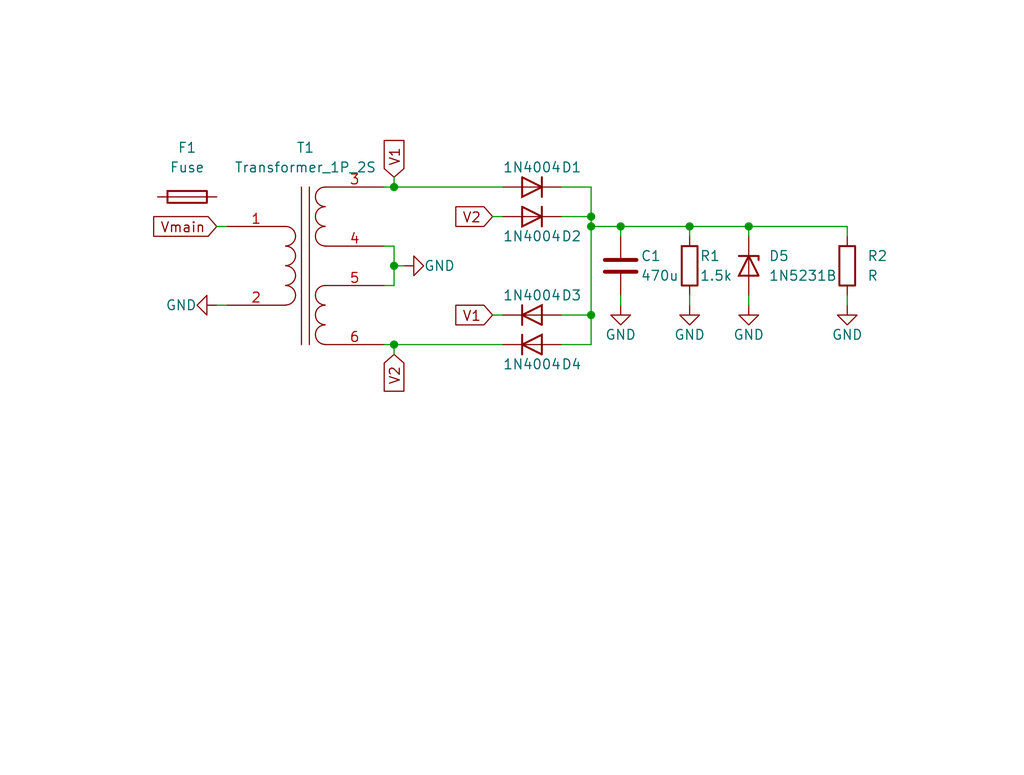
<source format=kicad_sch>
(kicad_sch (version 20211123) (generator eeschema)

  (uuid 9ff9c6db-ef2e-435c-9091-a4dac4cce55a)

  (paper "User" 132.004 99.9998)

  (title_block
    (title "5V Power Supply")
    (date "2022-09-14")
    (rev "1")
  )

  (lib_symbols
    (symbol "Device:C" (pin_numbers hide) (pin_names (offset 0.254)) (in_bom yes) (on_board yes)
      (property "Reference" "C" (id 0) (at 0.635 2.54 0)
        (effects (font (size 1.27 1.27)) (justify left))
      )
      (property "Value" "C" (id 1) (at 0.635 -2.54 0)
        (effects (font (size 1.27 1.27)) (justify left))
      )
      (property "Footprint" "" (id 2) (at 0.9652 -3.81 0)
        (effects (font (size 1.27 1.27)) hide)
      )
      (property "Datasheet" "~" (id 3) (at 0 0 0)
        (effects (font (size 1.27 1.27)) hide)
      )
      (property "ki_keywords" "cap capacitor" (id 4) (at 0 0 0)
        (effects (font (size 1.27 1.27)) hide)
      )
      (property "ki_description" "Unpolarized capacitor" (id 5) (at 0 0 0)
        (effects (font (size 1.27 1.27)) hide)
      )
      (property "ki_fp_filters" "C_*" (id 6) (at 0 0 0)
        (effects (font (size 1.27 1.27)) hide)
      )
      (symbol "C_0_1"
        (polyline
          (pts
            (xy -2.032 -0.762)
            (xy 2.032 -0.762)
          )
          (stroke (width 0.508) (type default) (color 0 0 0 0))
          (fill (type none))
        )
        (polyline
          (pts
            (xy -2.032 0.762)
            (xy 2.032 0.762)
          )
          (stroke (width 0.508) (type default) (color 0 0 0 0))
          (fill (type none))
        )
      )
      (symbol "C_1_1"
        (pin passive line (at 0 3.81 270) (length 2.794)
          (name "~" (effects (font (size 1.27 1.27))))
          (number "1" (effects (font (size 1.27 1.27))))
        )
        (pin passive line (at 0 -3.81 90) (length 2.794)
          (name "~" (effects (font (size 1.27 1.27))))
          (number "2" (effects (font (size 1.27 1.27))))
        )
      )
    )
    (symbol "Device:D" (pin_numbers hide) (pin_names (offset 1.016) hide) (in_bom yes) (on_board yes)
      (property "Reference" "D" (id 0) (at 0 2.54 0)
        (effects (font (size 1.27 1.27)))
      )
      (property "Value" "D" (id 1) (at 0 -2.54 0)
        (effects (font (size 1.27 1.27)))
      )
      (property "Footprint" "" (id 2) (at 0 0 0)
        (effects (font (size 1.27 1.27)) hide)
      )
      (property "Datasheet" "~" (id 3) (at 0 0 0)
        (effects (font (size 1.27 1.27)) hide)
      )
      (property "ki_keywords" "diode" (id 4) (at 0 0 0)
        (effects (font (size 1.27 1.27)) hide)
      )
      (property "ki_description" "Diode" (id 5) (at 0 0 0)
        (effects (font (size 1.27 1.27)) hide)
      )
      (property "ki_fp_filters" "TO-???* *_Diode_* *SingleDiode* D_*" (id 6) (at 0 0 0)
        (effects (font (size 1.27 1.27)) hide)
      )
      (symbol "D_0_1"
        (polyline
          (pts
            (xy -1.27 1.27)
            (xy -1.27 -1.27)
          )
          (stroke (width 0.254) (type default) (color 0 0 0 0))
          (fill (type none))
        )
        (polyline
          (pts
            (xy 1.27 0)
            (xy -1.27 0)
          )
          (stroke (width 0) (type default) (color 0 0 0 0))
          (fill (type none))
        )
        (polyline
          (pts
            (xy 1.27 1.27)
            (xy 1.27 -1.27)
            (xy -1.27 0)
            (xy 1.27 1.27)
          )
          (stroke (width 0.254) (type default) (color 0 0 0 0))
          (fill (type none))
        )
      )
      (symbol "D_1_1"
        (pin passive line (at -3.81 0 0) (length 2.54)
          (name "K" (effects (font (size 1.27 1.27))))
          (number "1" (effects (font (size 1.27 1.27))))
        )
        (pin passive line (at 3.81 0 180) (length 2.54)
          (name "A" (effects (font (size 1.27 1.27))))
          (number "2" (effects (font (size 1.27 1.27))))
        )
      )
    )
    (symbol "Device:D_Zener" (pin_numbers hide) (pin_names (offset 1.016) hide) (in_bom yes) (on_board yes)
      (property "Reference" "D" (id 0) (at 0 2.54 0)
        (effects (font (size 1.27 1.27)))
      )
      (property "Value" "D_Zener" (id 1) (at 0 -2.54 0)
        (effects (font (size 1.27 1.27)))
      )
      (property "Footprint" "" (id 2) (at 0 0 0)
        (effects (font (size 1.27 1.27)) hide)
      )
      (property "Datasheet" "~" (id 3) (at 0 0 0)
        (effects (font (size 1.27 1.27)) hide)
      )
      (property "ki_keywords" "diode" (id 4) (at 0 0 0)
        (effects (font (size 1.27 1.27)) hide)
      )
      (property "ki_description" "Zener diode" (id 5) (at 0 0 0)
        (effects (font (size 1.27 1.27)) hide)
      )
      (property "ki_fp_filters" "TO-???* *_Diode_* *SingleDiode* D_*" (id 6) (at 0 0 0)
        (effects (font (size 1.27 1.27)) hide)
      )
      (symbol "D_Zener_0_1"
        (polyline
          (pts
            (xy 1.27 0)
            (xy -1.27 0)
          )
          (stroke (width 0) (type default) (color 0 0 0 0))
          (fill (type none))
        )
        (polyline
          (pts
            (xy -1.27 -1.27)
            (xy -1.27 1.27)
            (xy -0.762 1.27)
          )
          (stroke (width 0.254) (type default) (color 0 0 0 0))
          (fill (type none))
        )
        (polyline
          (pts
            (xy 1.27 -1.27)
            (xy 1.27 1.27)
            (xy -1.27 0)
            (xy 1.27 -1.27)
          )
          (stroke (width 0.254) (type default) (color 0 0 0 0))
          (fill (type none))
        )
      )
      (symbol "D_Zener_1_1"
        (pin passive line (at -3.81 0 0) (length 2.54)
          (name "K" (effects (font (size 1.27 1.27))))
          (number "1" (effects (font (size 1.27 1.27))))
        )
        (pin passive line (at 3.81 0 180) (length 2.54)
          (name "A" (effects (font (size 1.27 1.27))))
          (number "2" (effects (font (size 1.27 1.27))))
        )
      )
    )
    (symbol "Device:Fuse" (pin_numbers hide) (pin_names (offset 0)) (in_bom yes) (on_board yes)
      (property "Reference" "F" (id 0) (at 2.032 0 90)
        (effects (font (size 1.27 1.27)))
      )
      (property "Value" "Fuse" (id 1) (at -1.905 0 90)
        (effects (font (size 1.27 1.27)))
      )
      (property "Footprint" "" (id 2) (at -1.778 0 90)
        (effects (font (size 1.27 1.27)) hide)
      )
      (property "Datasheet" "~" (id 3) (at 0 0 0)
        (effects (font (size 1.27 1.27)) hide)
      )
      (property "ki_keywords" "fuse" (id 4) (at 0 0 0)
        (effects (font (size 1.27 1.27)) hide)
      )
      (property "ki_description" "Fuse" (id 5) (at 0 0 0)
        (effects (font (size 1.27 1.27)) hide)
      )
      (property "ki_fp_filters" "*Fuse*" (id 6) (at 0 0 0)
        (effects (font (size 1.27 1.27)) hide)
      )
      (symbol "Fuse_0_1"
        (rectangle (start -0.762 -2.54) (end 0.762 2.54)
          (stroke (width 0.254) (type default) (color 0 0 0 0))
          (fill (type none))
        )
        (polyline
          (pts
            (xy 0 2.54)
            (xy 0 -2.54)
          )
          (stroke (width 0) (type default) (color 0 0 0 0))
          (fill (type none))
        )
      )
      (symbol "Fuse_1_1"
        (pin passive line (at 0 3.81 270) (length 1.27)
          (name "~" (effects (font (size 1.27 1.27))))
          (number "1" (effects (font (size 1.27 1.27))))
        )
        (pin passive line (at 0 -3.81 90) (length 1.27)
          (name "~" (effects (font (size 1.27 1.27))))
          (number "2" (effects (font (size 1.27 1.27))))
        )
      )
    )
    (symbol "Device:R" (pin_numbers hide) (pin_names (offset 0)) (in_bom yes) (on_board yes)
      (property "Reference" "R" (id 0) (at 2.032 0 90)
        (effects (font (size 1.27 1.27)))
      )
      (property "Value" "R" (id 1) (at 0 0 90)
        (effects (font (size 1.27 1.27)))
      )
      (property "Footprint" "" (id 2) (at -1.778 0 90)
        (effects (font (size 1.27 1.27)) hide)
      )
      (property "Datasheet" "~" (id 3) (at 0 0 0)
        (effects (font (size 1.27 1.27)) hide)
      )
      (property "ki_keywords" "R res resistor" (id 4) (at 0 0 0)
        (effects (font (size 1.27 1.27)) hide)
      )
      (property "ki_description" "Resistor" (id 5) (at 0 0 0)
        (effects (font (size 1.27 1.27)) hide)
      )
      (property "ki_fp_filters" "R_*" (id 6) (at 0 0 0)
        (effects (font (size 1.27 1.27)) hide)
      )
      (symbol "R_0_1"
        (rectangle (start -1.016 -2.54) (end 1.016 2.54)
          (stroke (width 0.254) (type default) (color 0 0 0 0))
          (fill (type none))
        )
      )
      (symbol "R_1_1"
        (pin passive line (at 0 3.81 270) (length 1.27)
          (name "~" (effects (font (size 1.27 1.27))))
          (number "1" (effects (font (size 1.27 1.27))))
        )
        (pin passive line (at 0 -3.81 90) (length 1.27)
          (name "~" (effects (font (size 1.27 1.27))))
          (number "2" (effects (font (size 1.27 1.27))))
        )
      )
    )
    (symbol "Device:Transformer_1P_2S" (pin_names (offset 1.016) hide) (in_bom yes) (on_board yes)
      (property "Reference" "T" (id 0) (at 0 12.7 0)
        (effects (font (size 1.27 1.27)))
      )
      (property "Value" "Transformer_1P_2S" (id 1) (at 0 -12.7 0)
        (effects (font (size 1.27 1.27)))
      )
      (property "Footprint" "" (id 2) (at 0 0 0)
        (effects (font (size 1.27 1.27)) hide)
      )
      (property "Datasheet" "~" (id 3) (at 0 0 0)
        (effects (font (size 1.27 1.27)) hide)
      )
      (property "ki_keywords" "transformer coil magnet" (id 4) (at 0 0 0)
        (effects (font (size 1.27 1.27)) hide)
      )
      (property "ki_description" "Transformer, single primary, dual secondary" (id 5) (at 0 0 0)
        (effects (font (size 1.27 1.27)) hide)
      )
      (symbol "Transformer_1P_2S_0_1"
        (arc (start -2.54 -5.0546) (mid -1.6599 -4.6901) (end -1.27 -3.81)
          (stroke (width 0) (type default) (color 0 0 0 0))
          (fill (type none))
        )
        (arc (start -2.54 -2.5146) (mid -1.6599 -2.1501) (end -1.27 -1.27)
          (stroke (width 0) (type default) (color 0 0 0 0))
          (fill (type none))
        )
        (arc (start -2.54 0.0254) (mid -1.6599 0.3899) (end -1.27 1.27)
          (stroke (width 0) (type default) (color 0 0 0 0))
          (fill (type none))
        )
        (arc (start -2.54 2.5654) (mid -1.6599 2.9299) (end -1.27 3.81)
          (stroke (width 0) (type default) (color 0 0 0 0))
          (fill (type none))
        )
        (arc (start -1.27 -3.81) (mid -1.642 -2.912) (end -2.54 -2.54)
          (stroke (width 0) (type default) (color 0 0 0 0))
          (fill (type none))
        )
        (arc (start -1.27 -1.27) (mid -1.642 -0.372) (end -2.54 0)
          (stroke (width 0) (type default) (color 0 0 0 0))
          (fill (type none))
        )
        (arc (start -1.27 1.27) (mid -1.642 2.168) (end -2.54 2.54)
          (stroke (width 0) (type default) (color 0 0 0 0))
          (fill (type none))
        )
        (arc (start -1.27 3.81) (mid -1.642 4.708) (end -2.54 5.08)
          (stroke (width 0) (type default) (color 0 0 0 0))
          (fill (type none))
        )
        (polyline
          (pts
            (xy -0.508 -10.16)
            (xy -0.508 10.16)
          )
          (stroke (width 0) (type default) (color 0 0 0 0))
          (fill (type none))
        )
        (polyline
          (pts
            (xy 0.508 10.16)
            (xy 0.508 -10.16)
          )
          (stroke (width 0) (type default) (color 0 0 0 0))
          (fill (type none))
        )
        (arc (start 1.2954 -8.89) (mid 1.6599 -9.7701) (end 2.54 -10.1346)
          (stroke (width 0) (type default) (color 0 0 0 0))
          (fill (type none))
        )
        (arc (start 1.2954 -6.35) (mid 1.6599 -7.2301) (end 2.54 -7.5946)
          (stroke (width 0) (type default) (color 0 0 0 0))
          (fill (type none))
        )
        (arc (start 1.2954 -3.81) (mid 1.6599 -4.6901) (end 2.54 -5.0546)
          (stroke (width 0) (type default) (color 0 0 0 0))
          (fill (type none))
        )
        (arc (start 1.2954 3.81) (mid 1.6599 2.9299) (end 2.54 2.5654)
          (stroke (width 0) (type default) (color 0 0 0 0))
          (fill (type none))
        )
        (arc (start 1.2954 6.35) (mid 1.6599 5.4699) (end 2.54 5.1054)
          (stroke (width 0) (type default) (color 0 0 0 0))
          (fill (type none))
        )
        (arc (start 1.2954 8.89) (mid 1.6599 8.0099) (end 2.54 7.6454)
          (stroke (width 0) (type default) (color 0 0 0 0))
          (fill (type none))
        )
        (arc (start 2.54 -7.62) (mid 1.642 -7.992) (end 1.2954 -8.89)
          (stroke (width 0) (type default) (color 0 0 0 0))
          (fill (type none))
        )
        (arc (start 2.54 -5.08) (mid 1.642 -5.452) (end 1.2954 -6.35)
          (stroke (width 0) (type default) (color 0 0 0 0))
          (fill (type none))
        )
        (arc (start 2.54 -2.54) (mid 1.642 -2.912) (end 1.2954 -3.81)
          (stroke (width 0) (type default) (color 0 0 0 0))
          (fill (type none))
        )
        (arc (start 2.54 5.08) (mid 1.642 4.708) (end 1.2954 3.81)
          (stroke (width 0) (type default) (color 0 0 0 0))
          (fill (type none))
        )
        (arc (start 2.54 7.62) (mid 1.642 7.248) (end 1.2954 6.35)
          (stroke (width 0) (type default) (color 0 0 0 0))
          (fill (type none))
        )
        (arc (start 2.54 10.16) (mid 1.642 9.788) (end 1.2954 8.89)
          (stroke (width 0) (type default) (color 0 0 0 0))
          (fill (type none))
        )
      )
      (symbol "Transformer_1P_2S_1_1"
        (pin passive line (at -10.16 5.08 0) (length 7.62)
          (name "AA" (effects (font (size 1.27 1.27))))
          (number "1" (effects (font (size 1.27 1.27))))
        )
        (pin passive line (at -10.16 -5.08 0) (length 7.62)
          (name "AB" (effects (font (size 1.27 1.27))))
          (number "2" (effects (font (size 1.27 1.27))))
        )
        (pin passive line (at 10.16 10.16 180) (length 7.62)
          (name "SA" (effects (font (size 1.27 1.27))))
          (number "3" (effects (font (size 1.27 1.27))))
        )
        (pin passive line (at 10.16 2.54 180) (length 7.62)
          (name "SB" (effects (font (size 1.27 1.27))))
          (number "4" (effects (font (size 1.27 1.27))))
        )
        (pin passive line (at 10.16 -2.54 180) (length 7.62)
          (name "SC" (effects (font (size 1.27 1.27))))
          (number "5" (effects (font (size 1.27 1.27))))
        )
        (pin passive line (at 10.16 -10.16 180) (length 7.62)
          (name "SD" (effects (font (size 1.27 1.27))))
          (number "6" (effects (font (size 1.27 1.27))))
        )
      )
    )
    (symbol "power:GND" (power) (pin_names (offset 0)) (in_bom yes) (on_board yes)
      (property "Reference" "#PWR" (id 0) (at 0 -6.35 0)
        (effects (font (size 1.27 1.27)) hide)
      )
      (property "Value" "GND" (id 1) (at 0 -3.81 0)
        (effects (font (size 1.27 1.27)))
      )
      (property "Footprint" "" (id 2) (at 0 0 0)
        (effects (font (size 1.27 1.27)) hide)
      )
      (property "Datasheet" "" (id 3) (at 0 0 0)
        (effects (font (size 1.27 1.27)) hide)
      )
      (property "ki_keywords" "power-flag" (id 4) (at 0 0 0)
        (effects (font (size 1.27 1.27)) hide)
      )
      (property "ki_description" "Power symbol creates a global label with name \"GND\" , ground" (id 5) (at 0 0 0)
        (effects (font (size 1.27 1.27)) hide)
      )
      (symbol "GND_0_1"
        (polyline
          (pts
            (xy 0 0)
            (xy 0 -1.27)
            (xy 1.27 -1.27)
            (xy 0 -2.54)
            (xy -1.27 -1.27)
            (xy 0 -1.27)
          )
          (stroke (width 0) (type default) (color 0 0 0 0))
          (fill (type none))
        )
      )
      (symbol "GND_1_1"
        (pin power_in line (at 0 0 270) (length 0) hide
          (name "GND" (effects (font (size 1.27 1.27))))
          (number "1" (effects (font (size 1.27 1.27))))
        )
      )
    )
  )

  (junction (at 76.2 40.64) (diameter 0) (color 0 0 0 0)
    (uuid 0ffd0f20-9d1f-4b20-b877-5d87212f5ae9)
  )
  (junction (at 50.8 24.13) (diameter 0) (color 0 0 0 0)
    (uuid 16cdb093-75f6-4f78-887c-9f45b94d4120)
  )
  (junction (at 80.01 29.21) (diameter 0) (color 0 0 0 0)
    (uuid 3d76df5a-7f26-43a9-a064-5a330695dea7)
  )
  (junction (at 50.8 44.45) (diameter 0) (color 0 0 0 0)
    (uuid 71e4dac7-bc3e-4b49-b6e8-f4beb946dcd6)
  )
  (junction (at 96.52 29.21) (diameter 0) (color 0 0 0 0)
    (uuid 75fd7e63-9af0-44bc-8308-8247aef912bb)
  )
  (junction (at 50.8 34.29) (diameter 0) (color 0 0 0 0)
    (uuid 981cf182-a3f2-47b1-88fb-c5a11455cb97)
  )
  (junction (at 76.2 27.94) (diameter 0) (color 0 0 0 0)
    (uuid ea22dd9c-3710-4cf1-a415-8a71d62f234e)
  )
  (junction (at 88.9 29.21) (diameter 0) (color 0 0 0 0)
    (uuid ec4ad39e-f03d-4afe-8b0b-bc28f48b7550)
  )
  (junction (at 76.2 29.21) (diameter 0) (color 0 0 0 0)
    (uuid f98047d7-0be1-4ebc-bd36-0b02907215df)
  )

  (wire (pts (xy 49.53 24.13) (xy 50.8 24.13))
    (stroke (width 0) (type default) (color 0 0 0 0))
    (uuid 018fc4f2-8508-41e0-8637-a48f3052ea35)
  )
  (wire (pts (xy 88.9 29.21) (xy 88.9 30.48))
    (stroke (width 0) (type default) (color 0 0 0 0))
    (uuid 01c57716-ea35-4798-9b13-4ea0c74e3955)
  )
  (wire (pts (xy 50.8 24.13) (xy 64.77 24.13))
    (stroke (width 0) (type default) (color 0 0 0 0))
    (uuid 01fb043a-7c72-4829-b69e-3349324f2e86)
  )
  (wire (pts (xy 76.2 29.21) (xy 80.01 29.21))
    (stroke (width 0) (type default) (color 0 0 0 0))
    (uuid 0ee87c25-8cc5-44af-9b3a-a708a9da7859)
  )
  (wire (pts (xy 76.2 40.64) (xy 76.2 44.45))
    (stroke (width 0) (type default) (color 0 0 0 0))
    (uuid 1a5c216a-2dd4-4daf-92f0-1307f9eed26f)
  )
  (wire (pts (xy 76.2 27.94) (xy 76.2 29.21))
    (stroke (width 0) (type default) (color 0 0 0 0))
    (uuid 22789988-37f5-49bb-9315-867bc8175a31)
  )
  (wire (pts (xy 63.5 27.94) (xy 64.77 27.94))
    (stroke (width 0) (type default) (color 0 0 0 0))
    (uuid 35445508-0137-49bf-996f-a9741f890f5f)
  )
  (wire (pts (xy 80.01 29.21) (xy 80.01 30.48))
    (stroke (width 0) (type default) (color 0 0 0 0))
    (uuid 3556b00e-e032-4129-9aa5-a8446dca082f)
  )
  (wire (pts (xy 49.53 44.45) (xy 50.8 44.45))
    (stroke (width 0) (type default) (color 0 0 0 0))
    (uuid 35761810-c033-4741-b05c-d8114779ac03)
  )
  (wire (pts (xy 72.39 44.45) (xy 76.2 44.45))
    (stroke (width 0) (type default) (color 0 0 0 0))
    (uuid 3c52fdbf-2aa9-41a4-bf12-e1137e5be703)
  )
  (wire (pts (xy 88.9 38.1) (xy 88.9 39.37))
    (stroke (width 0) (type default) (color 0 0 0 0))
    (uuid 4a8c6a72-92e0-41ee-934b-5c913b8f938a)
  )
  (wire (pts (xy 27.94 29.21) (xy 29.21 29.21))
    (stroke (width 0) (type default) (color 0 0 0 0))
    (uuid 5c39852b-e6df-476f-9665-d5c646bb547d)
  )
  (wire (pts (xy 76.2 29.21) (xy 76.2 40.64))
    (stroke (width 0) (type default) (color 0 0 0 0))
    (uuid 648c6cb8-9000-4784-93f2-5dc6c1f8ba8d)
  )
  (wire (pts (xy 96.52 38.1) (xy 96.52 39.37))
    (stroke (width 0) (type default) (color 0 0 0 0))
    (uuid 6802bc4e-319c-443a-9c11-1d0dae948a36)
  )
  (wire (pts (xy 27.94 39.37) (xy 29.21 39.37))
    (stroke (width 0) (type default) (color 0 0 0 0))
    (uuid 6ca48a8d-4899-4a4b-b2e2-abe98013a6c3)
  )
  (wire (pts (xy 50.8 34.29) (xy 52.07 34.29))
    (stroke (width 0) (type default) (color 0 0 0 0))
    (uuid 704bab0c-c92c-442e-9c1b-a98fc4f95754)
  )
  (wire (pts (xy 72.39 24.13) (xy 76.2 24.13))
    (stroke (width 0) (type default) (color 0 0 0 0))
    (uuid 7258668b-a9bd-42f5-9d87-3ed649ba2d98)
  )
  (wire (pts (xy 49.53 31.75) (xy 50.8 31.75))
    (stroke (width 0) (type default) (color 0 0 0 0))
    (uuid 79c3d964-87a2-475b-9dd0-2d3f386d7280)
  )
  (wire (pts (xy 49.53 36.83) (xy 50.8 36.83))
    (stroke (width 0) (type default) (color 0 0 0 0))
    (uuid 7bf6bf10-eada-4a9a-bf34-e29665d1e83d)
  )
  (wire (pts (xy 50.8 44.45) (xy 50.8 45.72))
    (stroke (width 0) (type default) (color 0 0 0 0))
    (uuid 7ccbe209-af85-4d64-b24d-4471cf8f6be9)
  )
  (wire (pts (xy 109.22 29.21) (xy 109.22 30.48))
    (stroke (width 0) (type default) (color 0 0 0 0))
    (uuid 82f4ce94-9187-4767-8008-69e1bb5e890c)
  )
  (wire (pts (xy 88.9 29.21) (xy 96.52 29.21))
    (stroke (width 0) (type default) (color 0 0 0 0))
    (uuid 93cf03bf-9bd8-4c79-a026-ee47cba0c9a3)
  )
  (wire (pts (xy 50.8 22.86) (xy 50.8 24.13))
    (stroke (width 0) (type default) (color 0 0 0 0))
    (uuid a79b7576-8245-4e84-9fc5-0d822883b7ae)
  )
  (wire (pts (xy 76.2 27.94) (xy 76.2 24.13))
    (stroke (width 0) (type default) (color 0 0 0 0))
    (uuid a8185fa6-057c-458d-be93-180476a9cc95)
  )
  (wire (pts (xy 50.8 44.45) (xy 64.77 44.45))
    (stroke (width 0) (type default) (color 0 0 0 0))
    (uuid aa90e294-f2b6-4cb8-9a38-0a9fab812ea4)
  )
  (wire (pts (xy 80.01 38.1) (xy 80.01 39.37))
    (stroke (width 0) (type default) (color 0 0 0 0))
    (uuid ab241ed5-2f67-400e-aac2-e251095c0280)
  )
  (wire (pts (xy 72.39 27.94) (xy 76.2 27.94))
    (stroke (width 0) (type default) (color 0 0 0 0))
    (uuid b169a781-007c-46bd-855d-58006f4e00ed)
  )
  (wire (pts (xy 96.52 29.21) (xy 96.52 30.48))
    (stroke (width 0) (type default) (color 0 0 0 0))
    (uuid b812f729-524a-425a-bb8a-e77607980d40)
  )
  (wire (pts (xy 109.22 38.1) (xy 109.22 39.37))
    (stroke (width 0) (type default) (color 0 0 0 0))
    (uuid b84d4071-10e8-463d-959f-6972702cf3a7)
  )
  (wire (pts (xy 50.8 34.29) (xy 50.8 36.83))
    (stroke (width 0) (type default) (color 0 0 0 0))
    (uuid cfeebb9b-88b6-45e0-b3b7-8f605dcfb8b5)
  )
  (wire (pts (xy 72.39 40.64) (xy 76.2 40.64))
    (stroke (width 0) (type default) (color 0 0 0 0))
    (uuid db9e9804-373f-4054-a283-a08551c444ca)
  )
  (wire (pts (xy 50.8 31.75) (xy 50.8 34.29))
    (stroke (width 0) (type default) (color 0 0 0 0))
    (uuid e4ef5092-1f5b-4c5b-bc41-4f5085fef2b1)
  )
  (wire (pts (xy 96.52 29.21) (xy 109.22 29.21))
    (stroke (width 0) (type default) (color 0 0 0 0))
    (uuid e6ccde57-38fb-4b5d-973f-1ce9feb53f87)
  )
  (wire (pts (xy 80.01 29.21) (xy 88.9 29.21))
    (stroke (width 0) (type default) (color 0 0 0 0))
    (uuid e8ce836f-5dc4-448a-9c05-0df578d53aaf)
  )
  (wire (pts (xy 63.5 40.64) (xy 64.77 40.64))
    (stroke (width 0) (type default) (color 0 0 0 0))
    (uuid e8ec2e58-ccdc-428e-a51f-f3058d2300ed)
  )

  (global_label "V1" (shape input) (at 50.8 22.86 90) (fields_autoplaced)
    (effects (font (size 1.27 1.27)) (justify left))
    (uuid 115eac32-7b89-4c12-9472-d8d3fe4cf6b3)
    (property "Intersheet References" "${INTERSHEET_REFS}" (id 0) (at 50.7206 18.1488 90)
      (effects (font (size 1.27 1.27)) (justify left) hide)
    )
  )
  (global_label "V1" (shape input) (at 63.5 40.64 180) (fields_autoplaced)
    (effects (font (size 1.27 1.27)) (justify right))
    (uuid 4f448718-1ab9-4b92-9b51-8ab31e06f894)
    (property "Intersheet References" "${INTERSHEET_REFS}" (id 0) (at 58.7888 40.7194 0)
      (effects (font (size 1.27 1.27)) (justify right) hide)
    )
  )
  (global_label "Vmain" (shape input) (at 27.94 29.21 180) (fields_autoplaced)
    (effects (font (size 1.27 1.27)) (justify right))
    (uuid 65e821dd-7b5a-4a0b-8012-dff1549f39a5)
    (property "Intersheet References" "${INTERSHEET_REFS}" (id 0) (at 19.8421 29.1306 0)
      (effects (font (size 1.27 1.27)) (justify right) hide)
    )
  )
  (global_label "V2" (shape input) (at 50.8 45.72 270) (fields_autoplaced)
    (effects (font (size 1.27 1.27)) (justify right))
    (uuid 6b3f704c-cb88-439f-a434-8d52f7795527)
    (property "Intersheet References" "${INTERSHEET_REFS}" (id 0) (at 50.7206 50.4312 90)
      (effects (font (size 1.27 1.27)) (justify right) hide)
    )
  )
  (global_label "V2" (shape input) (at 63.5 27.94 180) (fields_autoplaced)
    (effects (font (size 1.27 1.27)) (justify right))
    (uuid 6bfea2f9-3314-41da-84c7-a8dda9cff5b4)
    (property "Intersheet References" "${INTERSHEET_REFS}" (id 0) (at 58.7888 27.8606 0)
      (effects (font (size 1.27 1.27)) (justify right) hide)
    )
  )

  (symbol (lib_id "Device:Transformer_1P_2S") (at 39.37 34.29 0) (unit 1)
    (in_bom yes) (on_board yes) (fields_autoplaced)
    (uuid 1546a161-d62c-4467-aad2-ecf8b3c8f64c)
    (property "Reference" "T1" (id 0) (at 39.37 19.05 0))
    (property "Value" "Transformer_1P_2S" (id 1) (at 39.37 21.59 0))
    (property "Footprint" "PC-34-125:XFMR_PC-34-125" (id 2) (at 39.37 34.29 0)
      (effects (font (size 1.27 1.27)) hide)
    )
    (property "Datasheet" "~" (id 3) (at 39.37 34.29 0)
      (effects (font (size 1.27 1.27)) hide)
    )
    (pin "1" (uuid a33345fd-f3c9-493a-a668-30647fde02d9))
    (pin "2" (uuid 0e717b56-c08a-4270-a7a7-e064dbf16303))
    (pin "3" (uuid f1aabad3-4fe0-45ac-96d3-d4b648d5ba59))
    (pin "4" (uuid a37eee49-d6cf-41d0-a2b3-a1bb7d73bbc7))
    (pin "5" (uuid 1dd8437a-e696-4e72-be2b-1507eb15e7aa))
    (pin "6" (uuid 9527c497-95e2-4822-adf4-15fde9e81155))
  )

  (symbol (lib_id "power:GND") (at 96.52 39.37 0) (unit 1)
    (in_bom yes) (on_board yes)
    (uuid 2f403de4-00f8-4df3-a80e-301468612a31)
    (property "Reference" "#PWR0103" (id 0) (at 96.52 45.72 0)
      (effects (font (size 1.27 1.27)) hide)
    )
    (property "Value" "GND" (id 1) (at 96.52 43.18 0))
    (property "Footprint" "" (id 2) (at 96.52 39.37 0)
      (effects (font (size 1.27 1.27)) hide)
    )
    (property "Datasheet" "" (id 3) (at 96.52 39.37 0)
      (effects (font (size 1.27 1.27)) hide)
    )
    (pin "1" (uuid b4b8f4cd-4643-43db-b458-cbf0eefafdd9))
  )

  (symbol (lib_id "Device:Fuse") (at 24.13 25.4 90) (unit 1)
    (in_bom yes) (on_board yes) (fields_autoplaced)
    (uuid 325afde9-a9df-42e7-a517-c4b9a9831f27)
    (property "Reference" "F1" (id 0) (at 24.13 19.05 90))
    (property "Value" "Fuse" (id 1) (at 24.13 21.59 90))
    (property "Footprint" "Fuse:Fuseholder_Cylinder-5x20mm_Schurter_0031_8201_Horizontal_Open" (id 2) (at 24.13 27.178 90)
      (effects (font (size 1.27 1.27)) hide)
    )
    (property "Datasheet" "~" (id 3) (at 24.13 25.4 0)
      (effects (font (size 1.27 1.27)) hide)
    )
    (pin "1" (uuid 48851669-fab0-491d-936b-07f53756bb00))
    (pin "2" (uuid 06e2f564-3b3f-4717-a5f0-808f67579838))
  )

  (symbol (lib_id "Device:D") (at 68.58 44.45 0) (unit 1)
    (in_bom yes) (on_board yes)
    (uuid 3c6f3c19-69e8-4206-8293-49bfa47bf56d)
    (property "Reference" "D4" (id 0) (at 73.66 46.99 0))
    (property "Value" "1N4004" (id 1) (at 68.58 46.99 0))
    (property "Footprint" "Diode_THT:D_DO-41_SOD81_P7.62mm_Horizontal" (id 2) (at 68.58 44.45 0)
      (effects (font (size 1.27 1.27)) hide)
    )
    (property "Datasheet" "~" (id 3) (at 68.58 44.45 0)
      (effects (font (size 1.27 1.27)) hide)
    )
    (pin "1" (uuid a8cd5326-7ccb-4af4-ad95-194cd5c0edc1))
    (pin "2" (uuid 842df640-4ee1-4744-bd4e-2e9db65de142))
  )

  (symbol (lib_id "Device:R") (at 109.22 34.29 0) (unit 1)
    (in_bom yes) (on_board yes) (fields_autoplaced)
    (uuid 46718a3d-fd6b-45a3-8c56-651324f03ff2)
    (property "Reference" "R2" (id 0) (at 111.76 33.0199 0)
      (effects (font (size 1.27 1.27)) (justify left))
    )
    (property "Value" "R" (id 1) (at 111.76 35.5599 0)
      (effects (font (size 1.27 1.27)) (justify left))
    )
    (property "Footprint" "Resistor_THT:R_Axial_DIN0411_L9.9mm_D3.6mm_P12.70mm_Horizontal" (id 2) (at 107.442 34.29 90)
      (effects (font (size 1.27 1.27)) hide)
    )
    (property "Datasheet" "~" (id 3) (at 109.22 34.29 0)
      (effects (font (size 1.27 1.27)) hide)
    )
    (pin "1" (uuid d7994c62-5631-4fec-aa13-20111f313cc0))
    (pin "2" (uuid 49dc3576-f889-4836-9ca1-a7557fe8c139))
  )

  (symbol (lib_id "power:GND") (at 88.9 39.37 0) (unit 1)
    (in_bom yes) (on_board yes)
    (uuid 4e7b2da6-2585-49fb-b797-306e3389849b)
    (property "Reference" "#PWR0104" (id 0) (at 88.9 45.72 0)
      (effects (font (size 1.27 1.27)) hide)
    )
    (property "Value" "GND" (id 1) (at 88.9 43.18 0))
    (property "Footprint" "" (id 2) (at 88.9 39.37 0)
      (effects (font (size 1.27 1.27)) hide)
    )
    (property "Datasheet" "" (id 3) (at 88.9 39.37 0)
      (effects (font (size 1.27 1.27)) hide)
    )
    (pin "1" (uuid bb35c2ae-defe-4ae6-9e5f-0ec660ba4d32))
  )

  (symbol (lib_id "power:GND") (at 52.07 34.29 90) (unit 1)
    (in_bom yes) (on_board yes)
    (uuid 58b06148-c71f-45ff-9955-2f9050a46948)
    (property "Reference" "#PWR02" (id 0) (at 58.42 34.29 0)
      (effects (font (size 1.27 1.27)) hide)
    )
    (property "Value" "GND" (id 1) (at 54.61 34.29 90)
      (effects (font (size 1.27 1.27)) (justify right))
    )
    (property "Footprint" "" (id 2) (at 52.07 34.29 0)
      (effects (font (size 1.27 1.27)) hide)
    )
    (property "Datasheet" "" (id 3) (at 52.07 34.29 0)
      (effects (font (size 1.27 1.27)) hide)
    )
    (pin "1" (uuid 149d537f-ebb6-44b4-952b-c8b1e462d768))
  )

  (symbol (lib_id "power:GND") (at 80.01 39.37 0) (unit 1)
    (in_bom yes) (on_board yes)
    (uuid 69072e31-6ec7-423f-9564-b2c7e9b924da)
    (property "Reference" "#PWR0101" (id 0) (at 80.01 45.72 0)
      (effects (font (size 1.27 1.27)) hide)
    )
    (property "Value" "GND" (id 1) (at 80.01 43.18 0))
    (property "Footprint" "" (id 2) (at 80.01 39.37 0)
      (effects (font (size 1.27 1.27)) hide)
    )
    (property "Datasheet" "" (id 3) (at 80.01 39.37 0)
      (effects (font (size 1.27 1.27)) hide)
    )
    (pin "1" (uuid 9fb89598-f613-4de8-9f0e-b146fa979cae))
  )

  (symbol (lib_id "Device:D_Zener") (at 96.52 34.29 270) (unit 1)
    (in_bom yes) (on_board yes) (fields_autoplaced)
    (uuid 70c6af03-7348-4dad-8c49-4da23711fe36)
    (property "Reference" "D5" (id 0) (at 99.06 33.0199 90)
      (effects (font (size 1.27 1.27)) (justify left))
    )
    (property "Value" "1N5231B" (id 1) (at 99.06 35.5599 90)
      (effects (font (size 1.27 1.27)) (justify left))
    )
    (property "Footprint" "Diode_THT:D_DO-41_SOD81_P7.62mm_Horizontal" (id 2) (at 96.52 34.29 0)
      (effects (font (size 1.27 1.27)) hide)
    )
    (property "Datasheet" "~" (id 3) (at 96.52 34.29 0)
      (effects (font (size 1.27 1.27)) hide)
    )
    (pin "1" (uuid de288de8-352e-4d0e-a510-bd0125da992a))
    (pin "2" (uuid 8f5d6746-5b54-4b70-83b4-f20a0b5803a2))
  )

  (symbol (lib_id "Device:R") (at 88.9 34.29 0) (unit 1)
    (in_bom yes) (on_board yes)
    (uuid 759e1dbd-636f-4a83-9c65-355ee63c09f6)
    (property "Reference" "R1" (id 0) (at 90.17 33.02 0)
      (effects (font (size 1.27 1.27)) (justify left))
    )
    (property "Value" "1.5k" (id 1) (at 90.17 35.56 0)
      (effects (font (size 1.27 1.27)) (justify left))
    )
    (property "Footprint" "Resistor_THT:R_Axial_DIN0411_L9.9mm_D3.6mm_P12.70mm_Horizontal" (id 2) (at 87.122 34.29 90)
      (effects (font (size 1.27 1.27)) hide)
    )
    (property "Datasheet" "~" (id 3) (at 88.9 34.29 0)
      (effects (font (size 1.27 1.27)) hide)
    )
    (pin "1" (uuid 6783843c-245a-4dfc-b49f-a7ed0c3790d3))
    (pin "2" (uuid 2d96fac3-1353-4ea3-a8b2-de414c5e5c6f))
  )

  (symbol (lib_id "Device:D") (at 68.58 27.94 180) (unit 1)
    (in_bom yes) (on_board yes)
    (uuid 7eb7e8eb-005a-4486-99f8-ed8d21d07032)
    (property "Reference" "D2" (id 0) (at 73.66 30.48 0))
    (property "Value" "1N4004" (id 1) (at 68.58 30.48 0))
    (property "Footprint" "Diode_THT:D_DO-41_SOD81_P7.62mm_Horizontal" (id 2) (at 68.58 27.94 0)
      (effects (font (size 1.27 1.27)) hide)
    )
    (property "Datasheet" "~" (id 3) (at 68.58 27.94 0)
      (effects (font (size 1.27 1.27)) hide)
    )
    (pin "1" (uuid 86e9acad-8459-47f3-8620-487494b98e6c))
    (pin "2" (uuid 44d57462-1450-4357-93da-aefd13f1d4bf))
  )

  (symbol (lib_id "Device:D") (at 68.58 24.13 180) (unit 1)
    (in_bom yes) (on_board yes)
    (uuid 93494d6e-a0b6-41ef-944a-26b4a6669312)
    (property "Reference" "D1" (id 0) (at 73.66 21.59 0))
    (property "Value" "1N4004" (id 1) (at 68.58 21.59 0))
    (property "Footprint" "Diode_THT:D_DO-41_SOD81_P7.62mm_Horizontal" (id 2) (at 68.58 24.13 0)
      (effects (font (size 1.27 1.27)) hide)
    )
    (property "Datasheet" "~" (id 3) (at 68.58 24.13 0)
      (effects (font (size 1.27 1.27)) hide)
    )
    (pin "1" (uuid e4de22a3-506d-402f-8d64-a2a76b7555e6))
    (pin "2" (uuid 5852f800-acf8-4569-ac5e-0bcb7504a4c9))
  )

  (symbol (lib_id "power:GND") (at 27.94 39.37 270) (unit 1)
    (in_bom yes) (on_board yes)
    (uuid 9c803c83-3a0a-4b0f-8b11-0e2ee1a4b53c)
    (property "Reference" "#PWR01" (id 0) (at 21.59 39.37 0)
      (effects (font (size 1.27 1.27)) hide)
    )
    (property "Value" "GND" (id 1) (at 25.4 39.37 90)
      (effects (font (size 1.27 1.27)) (justify right))
    )
    (property "Footprint" "" (id 2) (at 27.94 39.37 0)
      (effects (font (size 1.27 1.27)) hide)
    )
    (property "Datasheet" "" (id 3) (at 27.94 39.37 0)
      (effects (font (size 1.27 1.27)) hide)
    )
    (pin "1" (uuid 9bb1767d-5d48-488f-9f72-f6528d6520cd))
  )

  (symbol (lib_id "Device:D") (at 68.58 40.64 0) (unit 1)
    (in_bom yes) (on_board yes)
    (uuid c9dd5c32-de75-4580-81e0-0b750bda4ca8)
    (property "Reference" "D3" (id 0) (at 73.66 38.1 0))
    (property "Value" "1N4004" (id 1) (at 68.58 38.1 0))
    (property "Footprint" "Diode_THT:D_DO-41_SOD81_P7.62mm_Horizontal" (id 2) (at 68.58 40.64 0)
      (effects (font (size 1.27 1.27)) hide)
    )
    (property "Datasheet" "~" (id 3) (at 68.58 40.64 0)
      (effects (font (size 1.27 1.27)) hide)
    )
    (pin "1" (uuid 751efb31-0450-4fa0-86aa-80d361a1efde))
    (pin "2" (uuid b38d6ccf-d968-4c22-af98-e7910801844b))
  )

  (symbol (lib_id "power:GND") (at 109.22 39.37 0) (unit 1)
    (in_bom yes) (on_board yes)
    (uuid cfcf507a-2d27-4685-a08e-55ac4afcff6f)
    (property "Reference" "#PWR0102" (id 0) (at 109.22 45.72 0)
      (effects (font (size 1.27 1.27)) hide)
    )
    (property "Value" "GND" (id 1) (at 109.22 43.18 0))
    (property "Footprint" "" (id 2) (at 109.22 39.37 0)
      (effects (font (size 1.27 1.27)) hide)
    )
    (property "Datasheet" "" (id 3) (at 109.22 39.37 0)
      (effects (font (size 1.27 1.27)) hide)
    )
    (pin "1" (uuid 2b2a3e0d-eac9-40d6-84e2-1f4ba54d228f))
  )

  (symbol (lib_id "Device:C") (at 80.01 34.29 0) (unit 1)
    (in_bom yes) (on_board yes)
    (uuid f3efccba-b2fe-4b0a-ac5b-ac5462f536b1)
    (property "Reference" "C1" (id 0) (at 82.55 33.02 0)
      (effects (font (size 1.27 1.27)) (justify left))
    )
    (property "Value" "470u" (id 1) (at 82.55 35.56 0)
      (effects (font (size 1.27 1.27)) (justify left))
    )
    (property "Footprint" "Capacitor_THT:CP_Radial_D7.5mm_P2.50mm" (id 2) (at 80.9752 38.1 0)
      (effects (font (size 1.27 1.27)) hide)
    )
    (property "Datasheet" "~" (id 3) (at 80.01 34.29 0)
      (effects (font (size 1.27 1.27)) hide)
    )
    (pin "1" (uuid 47f10d1e-c350-4e70-9e34-cb0e56152e16))
    (pin "2" (uuid 7063d45f-3ae0-43f2-8e2b-d3d979d1d4e7))
  )

  (sheet_instances
    (path "/" (page "1"))
  )

  (symbol_instances
    (path "/9c803c83-3a0a-4b0f-8b11-0e2ee1a4b53c"
      (reference "#PWR01") (unit 1) (value "GND") (footprint "")
    )
    (path "/58b06148-c71f-45ff-9955-2f9050a46948"
      (reference "#PWR02") (unit 1) (value "GND") (footprint "")
    )
    (path "/69072e31-6ec7-423f-9564-b2c7e9b924da"
      (reference "#PWR0101") (unit 1) (value "GND") (footprint "")
    )
    (path "/cfcf507a-2d27-4685-a08e-55ac4afcff6f"
      (reference "#PWR0102") (unit 1) (value "GND") (footprint "")
    )
    (path "/2f403de4-00f8-4df3-a80e-301468612a31"
      (reference "#PWR0103") (unit 1) (value "GND") (footprint "")
    )
    (path "/4e7b2da6-2585-49fb-b797-306e3389849b"
      (reference "#PWR0104") (unit 1) (value "GND") (footprint "")
    )
    (path "/f3efccba-b2fe-4b0a-ac5b-ac5462f536b1"
      (reference "C1") (unit 1) (value "470u") (footprint "Capacitor_THT:CP_Radial_D7.5mm_P2.50mm")
    )
    (path "/93494d6e-a0b6-41ef-944a-26b4a6669312"
      (reference "D1") (unit 1) (value "1N4004") (footprint "Diode_THT:D_DO-41_SOD81_P7.62mm_Horizontal")
    )
    (path "/7eb7e8eb-005a-4486-99f8-ed8d21d07032"
      (reference "D2") (unit 1) (value "1N4004") (footprint "Diode_THT:D_DO-41_SOD81_P7.62mm_Horizontal")
    )
    (path "/c9dd5c32-de75-4580-81e0-0b750bda4ca8"
      (reference "D3") (unit 1) (value "1N4004") (footprint "Diode_THT:D_DO-41_SOD81_P7.62mm_Horizontal")
    )
    (path "/3c6f3c19-69e8-4206-8293-49bfa47bf56d"
      (reference "D4") (unit 1) (value "1N4004") (footprint "Diode_THT:D_DO-41_SOD81_P7.62mm_Horizontal")
    )
    (path "/70c6af03-7348-4dad-8c49-4da23711fe36"
      (reference "D5") (unit 1) (value "1N5231B") (footprint "Diode_THT:D_DO-41_SOD81_P7.62mm_Horizontal")
    )
    (path "/325afde9-a9df-42e7-a517-c4b9a9831f27"
      (reference "F1") (unit 1) (value "Fuse") (footprint "Fuse:Fuseholder_Cylinder-5x20mm_Schurter_0031_8201_Horizontal_Open")
    )
    (path "/759e1dbd-636f-4a83-9c65-355ee63c09f6"
      (reference "R1") (unit 1) (value "1.5k") (footprint "Resistor_THT:R_Axial_DIN0411_L9.9mm_D3.6mm_P12.70mm_Horizontal")
    )
    (path "/46718a3d-fd6b-45a3-8c56-651324f03ff2"
      (reference "R2") (unit 1) (value "R") (footprint "Resistor_THT:R_Axial_DIN0411_L9.9mm_D3.6mm_P12.70mm_Horizontal")
    )
    (path "/1546a161-d62c-4467-aad2-ecf8b3c8f64c"
      (reference "T1") (unit 1) (value "Transformer_1P_2S") (footprint "PC-34-125:XFMR_PC-34-125")
    )
  )
)

</source>
